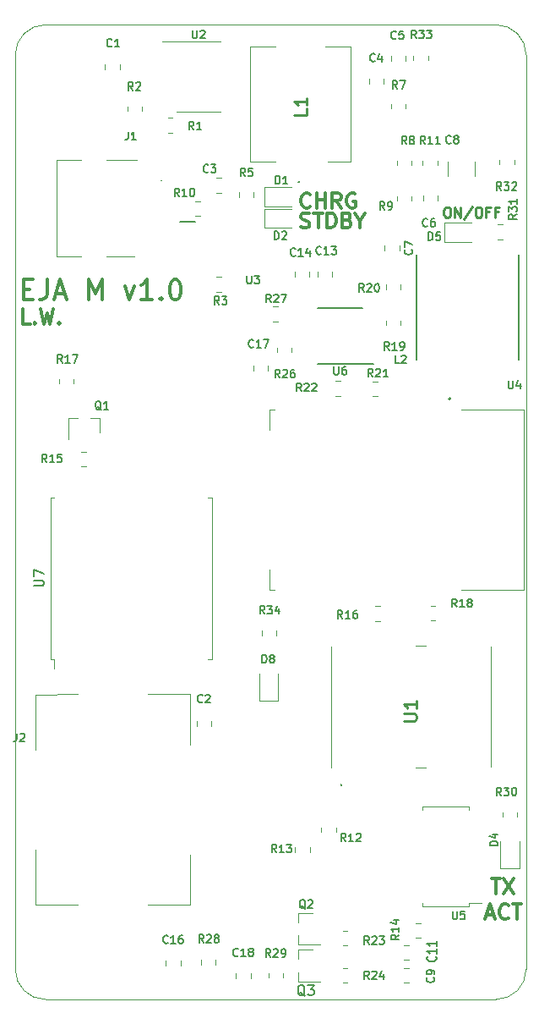
<source format=gbr>
%TF.GenerationSoftware,KiCad,Pcbnew,(5.1.10)-1*%
%TF.CreationDate,2021-09-02T16:56:43-04:00*%
%TF.ProjectId,buoy-c,62756f79-2d63-42e6-9b69-6361645f7063,1.0*%
%TF.SameCoordinates,Original*%
%TF.FileFunction,Legend,Top*%
%TF.FilePolarity,Positive*%
%FSLAX46Y46*%
G04 Gerber Fmt 4.6, Leading zero omitted, Abs format (unit mm)*
G04 Created by KiCad (PCBNEW (5.1.10)-1) date 2021-09-02 16:56:43*
%MOMM*%
%LPD*%
G01*
G04 APERTURE LIST*
%ADD10C,0.300000*%
%ADD11C,0.250000*%
%ADD12C,0.375000*%
%TA.AperFunction,Profile*%
%ADD13C,0.050000*%
%TD*%
%ADD14C,0.120000*%
%ADD15C,0.100000*%
%ADD16C,0.200000*%
%ADD17C,0.150000*%
%ADD18C,0.254000*%
G04 APERTURE END LIST*
D10*
X148305662Y-185431771D02*
X149162805Y-185431771D01*
X148734234Y-186931771D02*
X148734234Y-185431771D01*
X149519948Y-185431771D02*
X150519948Y-186931771D01*
X150519948Y-185431771D02*
X149519948Y-186931771D01*
X147769948Y-189053200D02*
X148484234Y-189053200D01*
X147627091Y-189481771D02*
X148127091Y-187981771D01*
X148627091Y-189481771D01*
X149984234Y-189338914D02*
X149912805Y-189410342D01*
X149698520Y-189481771D01*
X149555662Y-189481771D01*
X149341377Y-189410342D01*
X149198520Y-189267485D01*
X149127091Y-189124628D01*
X149055662Y-188838914D01*
X149055662Y-188624628D01*
X149127091Y-188338914D01*
X149198520Y-188196057D01*
X149341377Y-188053200D01*
X149555662Y-187981771D01*
X149698520Y-187981771D01*
X149912805Y-188053200D01*
X149984234Y-188124628D01*
X150412805Y-187981771D02*
X151269948Y-187981771D01*
X150841377Y-189481771D02*
X150841377Y-187981771D01*
D11*
X143742090Y-118248180D02*
X143932566Y-118248180D01*
X144027804Y-118295800D01*
X144123042Y-118391038D01*
X144170661Y-118581514D01*
X144170661Y-118914847D01*
X144123042Y-119105323D01*
X144027804Y-119200561D01*
X143932566Y-119248180D01*
X143742090Y-119248180D01*
X143646852Y-119200561D01*
X143551614Y-119105323D01*
X143503995Y-118914847D01*
X143503995Y-118581514D01*
X143551614Y-118391038D01*
X143646852Y-118295800D01*
X143742090Y-118248180D01*
X144599233Y-119248180D02*
X144599233Y-118248180D01*
X145170661Y-119248180D01*
X145170661Y-118248180D01*
X146361138Y-118200561D02*
X145503995Y-119486276D01*
X146884947Y-118248180D02*
X147075423Y-118248180D01*
X147170661Y-118295800D01*
X147265900Y-118391038D01*
X147313519Y-118581514D01*
X147313519Y-118914847D01*
X147265900Y-119105323D01*
X147170661Y-119200561D01*
X147075423Y-119248180D01*
X146884947Y-119248180D01*
X146789709Y-119200561D01*
X146694471Y-119105323D01*
X146646852Y-118914847D01*
X146646852Y-118581514D01*
X146694471Y-118391038D01*
X146789709Y-118295800D01*
X146884947Y-118248180D01*
X148075423Y-118724371D02*
X147742090Y-118724371D01*
X147742090Y-119248180D02*
X147742090Y-118248180D01*
X148218280Y-118248180D01*
X148932566Y-118724371D02*
X148599233Y-118724371D01*
X148599233Y-119248180D02*
X148599233Y-118248180D01*
X149075423Y-118248180D01*
D10*
X130118871Y-118183434D02*
X130047442Y-118254862D01*
X129833157Y-118326291D01*
X129690300Y-118326291D01*
X129476014Y-118254862D01*
X129333157Y-118112005D01*
X129261728Y-117969148D01*
X129190300Y-117683434D01*
X129190300Y-117469148D01*
X129261728Y-117183434D01*
X129333157Y-117040577D01*
X129476014Y-116897720D01*
X129690300Y-116826291D01*
X129833157Y-116826291D01*
X130047442Y-116897720D01*
X130118871Y-116969148D01*
X130761728Y-118326291D02*
X130761728Y-116826291D01*
X130761728Y-117540577D02*
X131618871Y-117540577D01*
X131618871Y-118326291D02*
X131618871Y-116826291D01*
X133190300Y-118326291D02*
X132690300Y-117612005D01*
X132333157Y-118326291D02*
X132333157Y-116826291D01*
X132904585Y-116826291D01*
X133047442Y-116897720D01*
X133118871Y-116969148D01*
X133190300Y-117112005D01*
X133190300Y-117326291D01*
X133118871Y-117469148D01*
X133047442Y-117540577D01*
X132904585Y-117612005D01*
X132333157Y-117612005D01*
X134618871Y-116897720D02*
X134476014Y-116826291D01*
X134261728Y-116826291D01*
X134047442Y-116897720D01*
X133904585Y-117040577D01*
X133833157Y-117183434D01*
X133761728Y-117469148D01*
X133761728Y-117683434D01*
X133833157Y-117969148D01*
X133904585Y-118112005D01*
X134047442Y-118254862D01*
X134261728Y-118326291D01*
X134404585Y-118326291D01*
X134618871Y-118254862D01*
X134690300Y-118183434D01*
X134690300Y-117683434D01*
X134404585Y-117683434D01*
X129183522Y-120246222D02*
X129397808Y-120317651D01*
X129754951Y-120317651D01*
X129897808Y-120246222D01*
X129969237Y-120174794D01*
X130040665Y-120031937D01*
X130040665Y-119889080D01*
X129969237Y-119746222D01*
X129897808Y-119674794D01*
X129754951Y-119603365D01*
X129469237Y-119531937D01*
X129326380Y-119460508D01*
X129254951Y-119389080D01*
X129183522Y-119246222D01*
X129183522Y-119103365D01*
X129254951Y-118960508D01*
X129326380Y-118889080D01*
X129469237Y-118817651D01*
X129826380Y-118817651D01*
X130040665Y-118889080D01*
X130469237Y-118817651D02*
X131326380Y-118817651D01*
X130897808Y-120317651D02*
X130897808Y-118817651D01*
X131826380Y-120317651D02*
X131826380Y-118817651D01*
X132183522Y-118817651D01*
X132397808Y-118889080D01*
X132540665Y-119031937D01*
X132612094Y-119174794D01*
X132683522Y-119460508D01*
X132683522Y-119674794D01*
X132612094Y-119960508D01*
X132540665Y-120103365D01*
X132397808Y-120246222D01*
X132183522Y-120317651D01*
X131826380Y-120317651D01*
X133826380Y-119531937D02*
X134040665Y-119603365D01*
X134112094Y-119674794D01*
X134183522Y-119817651D01*
X134183522Y-120031937D01*
X134112094Y-120174794D01*
X134040665Y-120246222D01*
X133897808Y-120317651D01*
X133326380Y-120317651D01*
X133326380Y-118817651D01*
X133826380Y-118817651D01*
X133969237Y-118889080D01*
X134040665Y-118960508D01*
X134112094Y-119103365D01*
X134112094Y-119246222D01*
X134040665Y-119389080D01*
X133969237Y-119460508D01*
X133826380Y-119531937D01*
X133326380Y-119531937D01*
X135112094Y-119603365D02*
X135112094Y-120317651D01*
X134612094Y-118817651D02*
X135112094Y-119603365D01*
X135612094Y-118817651D01*
X102027017Y-129944251D02*
X101312731Y-129944251D01*
X101312731Y-128444251D01*
X102527017Y-129801394D02*
X102598445Y-129872822D01*
X102527017Y-129944251D01*
X102455588Y-129872822D01*
X102527017Y-129801394D01*
X102527017Y-129944251D01*
X103098445Y-128444251D02*
X103455588Y-129944251D01*
X103741302Y-128872822D01*
X104027017Y-129944251D01*
X104384160Y-128444251D01*
X104955588Y-129801394D02*
X105027017Y-129872822D01*
X104955588Y-129944251D01*
X104884160Y-129872822D01*
X104955588Y-129801394D01*
X104955588Y-129944251D01*
D12*
X101347617Y-126450742D02*
X102014283Y-126450742D01*
X102299998Y-127498361D02*
X101347617Y-127498361D01*
X101347617Y-125498361D01*
X102299998Y-125498361D01*
X103728569Y-125498361D02*
X103728569Y-126926933D01*
X103633331Y-127212647D01*
X103442855Y-127403123D01*
X103157140Y-127498361D01*
X102966664Y-127498361D01*
X104585712Y-126926933D02*
X105538093Y-126926933D01*
X104395236Y-127498361D02*
X105061902Y-125498361D01*
X105728569Y-127498361D01*
X107919045Y-127498361D02*
X107919045Y-125498361D01*
X108585712Y-126926933D01*
X109252379Y-125498361D01*
X109252379Y-127498361D01*
X111538093Y-126165028D02*
X112014283Y-127498361D01*
X112490474Y-126165028D01*
X114299998Y-127498361D02*
X113157140Y-127498361D01*
X113728569Y-127498361D02*
X113728569Y-125498361D01*
X113538093Y-125784076D01*
X113347617Y-125974552D01*
X113157140Y-126069790D01*
X115157140Y-127307885D02*
X115252379Y-127403123D01*
X115157140Y-127498361D01*
X115061902Y-127403123D01*
X115157140Y-127307885D01*
X115157140Y-127498361D01*
X116490474Y-125498361D02*
X116680950Y-125498361D01*
X116871426Y-125593600D01*
X116966664Y-125688838D01*
X117061902Y-125879314D01*
X117157140Y-126260266D01*
X117157140Y-126736457D01*
X117061902Y-127117409D01*
X116966664Y-127307885D01*
X116871426Y-127403123D01*
X116680950Y-127498361D01*
X116490474Y-127498361D01*
X116299998Y-127403123D01*
X116204760Y-127307885D01*
X116109521Y-127117409D01*
X116014283Y-126736457D01*
X116014283Y-126260266D01*
X116109521Y-125879314D01*
X116204760Y-125688838D01*
X116299998Y-125593600D01*
X116490474Y-125498361D01*
D13*
X151750000Y-194500000D02*
G75*
G02*
X148750000Y-197500000I-3000000J0D01*
G01*
X148750000Y-100000000D02*
G75*
G02*
X151750000Y-103000000I0J-3000000D01*
G01*
X103550000Y-197500000D02*
G75*
G02*
X100550000Y-194500000I0J3000000D01*
G01*
X100550000Y-103000000D02*
G75*
G02*
X103550000Y-100000000I3000000J0D01*
G01*
X103550000Y-197500000D02*
X148750000Y-197500000D01*
X103550000Y-100000000D02*
X148750000Y-100000000D01*
X151750000Y-103000000D02*
X151750000Y-194500000D01*
X100550000Y-103000000D02*
X100550000Y-194500000D01*
D14*
%TO.C,C14*%
X128568780Y-124699128D02*
X128568780Y-125221632D01*
X130038780Y-124699128D02*
X130038780Y-125221632D01*
D15*
%TO.C,J2*%
X102572360Y-172492660D02*
X102572360Y-166987660D01*
X102572360Y-166987660D02*
X106822360Y-166942660D01*
X113822360Y-166942660D02*
X118072360Y-166942660D01*
X118072360Y-166942660D02*
X118072360Y-171992660D01*
X102572360Y-182492660D02*
X102572360Y-188042660D01*
X102572360Y-188042660D02*
X106822360Y-188042660D01*
X113822360Y-188042660D02*
X118072360Y-188042660D01*
X118072360Y-188042660D02*
X118072360Y-182992660D01*
D14*
%TO.C,R33*%
X141910740Y-103566964D02*
X141910740Y-103112836D01*
X140440740Y-103566964D02*
X140440740Y-103112836D01*
%TO.C,R32*%
X149071660Y-113488736D02*
X149071660Y-113942864D01*
X150541660Y-113488736D02*
X150541660Y-113942864D01*
%TO.C,R34*%
X125275120Y-160622956D02*
X125275120Y-161077084D01*
X126745120Y-160622956D02*
X126745120Y-161077084D01*
%TO.C,D8*%
X126908440Y-167597800D02*
X126908440Y-164912800D01*
X124988440Y-167597800D02*
X126908440Y-167597800D01*
X124988440Y-164912800D02*
X124988440Y-167597800D01*
D16*
%TO.C,U1*%
X133185140Y-176014040D02*
X133185140Y-176014040D01*
X133185140Y-176114040D02*
X133185140Y-176114040D01*
X133185140Y-176014040D02*
X133185140Y-176014040D01*
D15*
X132185140Y-162214040D02*
X132185140Y-162214040D01*
X132185140Y-174314040D02*
X132185140Y-162214040D01*
X132185140Y-174314040D02*
X132185140Y-174314040D01*
X132185140Y-162214040D02*
X132185140Y-174314040D01*
X140685140Y-162114040D02*
X141685140Y-162114040D01*
X140685140Y-162114040D02*
X140685140Y-162114040D01*
X141685140Y-162114040D02*
X140685140Y-162114040D01*
X141685140Y-162114040D02*
X141685140Y-162114040D01*
X140685140Y-174314040D02*
X141685140Y-174314040D01*
X140685140Y-174314040D02*
X140685140Y-174314040D01*
X141685140Y-174314040D02*
X140685140Y-174314040D01*
X141685140Y-174314040D02*
X141685140Y-174314040D01*
X148185140Y-162214040D02*
X148185140Y-162214040D01*
X148185140Y-174214040D02*
X148185140Y-162214040D01*
X148185140Y-174214040D02*
X148185140Y-174214040D01*
X148185140Y-162214040D02*
X148185140Y-174214040D01*
D16*
X133185140Y-176114040D02*
G75*
G02*
X133185140Y-176014040I0J50000D01*
G01*
X133185140Y-176014040D02*
G75*
G02*
X133185140Y-176114040I0J-50000D01*
G01*
X133185140Y-176114040D02*
G75*
G02*
X133185140Y-176014040I0J50000D01*
G01*
%TO.C,L1*%
X128913280Y-115719520D02*
X128913280Y-115719520D01*
X129013280Y-115719520D02*
X129013280Y-115719520D01*
X128913280Y-115719520D02*
X128913280Y-115719520D01*
D15*
X131863280Y-113669520D02*
X134113280Y-113669520D01*
X131863280Y-113669520D02*
X131863280Y-113669520D01*
X134113280Y-113669520D02*
X131863280Y-113669520D01*
X134113280Y-113669520D02*
X134113280Y-113669520D01*
X134113280Y-102169520D02*
X134113280Y-102169520D01*
X134113280Y-113669520D02*
X134113280Y-102169520D01*
X134113280Y-113669520D02*
X134113280Y-113669520D01*
X134113280Y-102169520D02*
X134113280Y-113669520D01*
X134113280Y-102169520D02*
X131613280Y-102169520D01*
X134113280Y-102169520D02*
X134113280Y-102169520D01*
X131613280Y-102169520D02*
X134113280Y-102169520D01*
X131613280Y-102169520D02*
X131613280Y-102169520D01*
X126613280Y-102169520D02*
X124113280Y-102169520D01*
X126613280Y-102169520D02*
X126613280Y-102169520D01*
X124113280Y-102169520D02*
X126613280Y-102169520D01*
X124113280Y-102169520D02*
X124113280Y-102169520D01*
X124113280Y-113669520D02*
X124113280Y-113669520D01*
X124113280Y-102169520D02*
X124113280Y-113669520D01*
X124113280Y-102169520D02*
X124113280Y-102169520D01*
X124113280Y-113669520D02*
X124113280Y-102169520D01*
X124113280Y-113669520D02*
X126613280Y-113669520D01*
X124113280Y-113669520D02*
X124113280Y-113669520D01*
X126613280Y-113669520D02*
X124113280Y-113669520D01*
X126613280Y-113669520D02*
X126613280Y-113669520D01*
D16*
X129013280Y-115719520D02*
G75*
G02*
X128913280Y-115719520I-50000J0D01*
G01*
X128913280Y-115719520D02*
G75*
G02*
X129013280Y-115719520I50000J0D01*
G01*
X129013280Y-115719520D02*
G75*
G02*
X128913280Y-115719520I-50000J0D01*
G01*
%TO.C,L2*%
X140797600Y-123032700D02*
X140797600Y-133532700D01*
X150997600Y-133532700D02*
X150997600Y-123032700D01*
D15*
%TO.C,J1*%
X115214020Y-115570820D02*
X115214020Y-115570820D01*
X115114020Y-115570820D02*
X115114020Y-115570820D01*
X112464020Y-123145820D02*
X109714020Y-123145820D01*
X112714020Y-113495820D02*
X109714020Y-113495820D01*
X104714020Y-123145820D02*
X107114020Y-123145820D01*
X104714020Y-113495820D02*
X104714020Y-123145820D01*
X107114020Y-113495820D02*
X104714020Y-113495820D01*
X115214020Y-115570820D02*
G75*
G02*
X115114020Y-115570820I-50000J0D01*
G01*
X115114020Y-115570820D02*
G75*
G02*
X115214020Y-115570820I50000J0D01*
G01*
D16*
%TO.C,U4*%
X143981600Y-137430300D02*
X143981600Y-137430300D01*
X144181600Y-137430300D02*
X144181600Y-137430300D01*
D15*
X151531600Y-156530300D02*
X145281600Y-156530300D01*
X151531600Y-138530300D02*
X151531600Y-156530300D01*
X145281600Y-138530300D02*
X151531600Y-138530300D01*
X126031600Y-156530300D02*
X126531600Y-156530300D01*
X126031600Y-154530300D02*
X126031600Y-156530300D01*
X126031600Y-138530300D02*
X126031600Y-140530300D01*
X126531600Y-138530300D02*
X126031600Y-138530300D01*
D16*
X143981600Y-137430300D02*
G75*
G03*
X144181600Y-137430300I100000J0D01*
G01*
X144181600Y-137430300D02*
G75*
G03*
X143981600Y-137430300I-100000J0D01*
G01*
D14*
%TO.C,C1*%
X109551800Y-103924468D02*
X109551800Y-104446972D01*
X111021800Y-103924468D02*
X111021800Y-104446972D01*
%TO.C,C2*%
X118754220Y-169629188D02*
X118754220Y-170151692D01*
X120224220Y-169629188D02*
X120224220Y-170151692D01*
%TO.C,C3*%
X121177952Y-115322680D02*
X120655448Y-115322680D01*
X121177952Y-116792680D02*
X120655448Y-116792680D01*
%TO.C,C4*%
X136000820Y-105359568D02*
X136000820Y-105882072D01*
X137470820Y-105359568D02*
X137470820Y-105882072D01*
%TO.C,C5*%
X139665380Y-103091348D02*
X139665380Y-103613852D01*
X138195380Y-103091348D02*
X138195380Y-103613852D01*
%TO.C,C6*%
X142865780Y-117079128D02*
X142865780Y-117601632D01*
X141395780Y-117079128D02*
X141395780Y-117601632D01*
%TO.C,C7*%
X137557840Y-122082928D02*
X137557840Y-122605432D01*
X139027840Y-122082928D02*
X139027840Y-122605432D01*
%TO.C,C8*%
X143872120Y-113680188D02*
X143872120Y-115102692D01*
X146592120Y-113680188D02*
X146592120Y-115102692D01*
%TO.C,C9*%
X139999352Y-195852720D02*
X139476848Y-195852720D01*
X139999352Y-194382720D02*
X139476848Y-194382720D01*
%TO.C,C11*%
X140032372Y-192101800D02*
X139509868Y-192101800D01*
X140032372Y-193571800D02*
X139509868Y-193571800D01*
%TO.C,C13*%
X132324780Y-124681348D02*
X132324780Y-125203852D01*
X130854780Y-124681348D02*
X130854780Y-125203852D01*
%TO.C,C16*%
X115630020Y-193604248D02*
X115630020Y-194126752D01*
X117100020Y-193604248D02*
X117100020Y-194126752D01*
%TO.C,C17*%
X125850320Y-134117448D02*
X125850320Y-134639952D01*
X124380320Y-134117448D02*
X124380320Y-134639952D01*
%TO.C,C18*%
X124123120Y-194876788D02*
X124123120Y-195399292D01*
X122653120Y-194876788D02*
X122653120Y-195399292D01*
%TO.C,D1*%
X125528360Y-118175920D02*
X128213360Y-118175920D01*
X125528360Y-116255920D02*
X125528360Y-118175920D01*
X128213360Y-116255920D02*
X125528360Y-116255920D01*
%TO.C,D2*%
X128215900Y-118407300D02*
X125530900Y-118407300D01*
X125530900Y-118407300D02*
X125530900Y-120327300D01*
X125530900Y-120327300D02*
X128215900Y-120327300D01*
%TO.C,D4*%
X151079080Y-184399900D02*
X151079080Y-181714900D01*
X149159080Y-184399900D02*
X151079080Y-184399900D01*
X149159080Y-181714900D02*
X149159080Y-184399900D01*
%TO.C,D5*%
X143587760Y-121721760D02*
X146272760Y-121721760D01*
X143587760Y-119801760D02*
X143587760Y-121721760D01*
X146272760Y-119801760D02*
X143587760Y-119801760D01*
%TO.C,Q1*%
X109039780Y-139303220D02*
X109039780Y-140763220D01*
X105879780Y-139303220D02*
X105879780Y-141463220D01*
X105879780Y-139303220D02*
X106809780Y-139303220D01*
X109039780Y-139303220D02*
X108109780Y-139303220D01*
%TO.C,Q2*%
X128917160Y-188853960D02*
X130377160Y-188853960D01*
X128917160Y-192013960D02*
X131077160Y-192013960D01*
X128917160Y-192013960D02*
X128917160Y-191083960D01*
X128917160Y-188853960D02*
X128917160Y-189783960D01*
%TO.C,Q3*%
X128914620Y-192544580D02*
X128914620Y-193474580D01*
X128914620Y-195704580D02*
X128914620Y-194774580D01*
X128914620Y-195704580D02*
X131074620Y-195704580D01*
X128914620Y-192544580D02*
X130374620Y-192544580D01*
%TO.C,R1*%
X115825536Y-109313040D02*
X116279664Y-109313040D01*
X115825536Y-110783040D02*
X116279664Y-110783040D01*
%TO.C,R2*%
X113269700Y-108147116D02*
X113269700Y-108601244D01*
X111799700Y-108147116D02*
X111799700Y-108601244D01*
%TO.C,R3*%
X120707416Y-126703760D02*
X121161544Y-126703760D01*
X120707416Y-125233760D02*
X121161544Y-125233760D01*
%TO.C,R5*%
X124433000Y-116760256D02*
X124433000Y-117214384D01*
X122963000Y-116760256D02*
X122963000Y-117214384D01*
%TO.C,R7*%
X138223320Y-107926136D02*
X138223320Y-108380264D01*
X139693320Y-107926136D02*
X139693320Y-108380264D01*
%TO.C,R8*%
X140257200Y-113567476D02*
X140257200Y-114021604D01*
X138787200Y-113567476D02*
X138787200Y-114021604D01*
%TO.C,R9*%
X138792280Y-117138716D02*
X138792280Y-117592844D01*
X140262280Y-117138716D02*
X140262280Y-117592844D01*
%TO.C,R10*%
X118596676Y-119099000D02*
X119050804Y-119099000D01*
X118596676Y-117629000D02*
X119050804Y-117629000D01*
%TO.C,R11*%
X141367840Y-113603036D02*
X141367840Y-114057164D01*
X142837840Y-113603036D02*
X142837840Y-114057164D01*
%TO.C,R12*%
X131233240Y-180755024D02*
X131233240Y-180300896D01*
X132703240Y-180755024D02*
X132703240Y-180300896D01*
%TO.C,R13*%
X130079420Y-182757184D02*
X130079420Y-182303056D01*
X128609420Y-182757184D02*
X128609420Y-182303056D01*
%TO.C,R14*%
X140713096Y-189874220D02*
X141167224Y-189874220D01*
X140713096Y-191344220D02*
X141167224Y-191344220D01*
%TO.C,R15*%
X107184456Y-144176420D02*
X107638584Y-144176420D01*
X107184456Y-142706420D02*
X107638584Y-142706420D01*
%TO.C,R16*%
X136625596Y-158157240D02*
X137079724Y-158157240D01*
X136625596Y-159627240D02*
X137079724Y-159627240D01*
%TO.C,R17*%
X104941700Y-135424176D02*
X104941700Y-135878304D01*
X106411700Y-135424176D02*
X106411700Y-135878304D01*
%TO.C,R18*%
X142623904Y-158149620D02*
X142169776Y-158149620D01*
X142623904Y-159619620D02*
X142169776Y-159619620D01*
%TO.C,R19*%
X137682300Y-130066784D02*
X137682300Y-129612656D01*
X139152300Y-130066784D02*
X139152300Y-129612656D01*
%TO.C,R20*%
X137710240Y-126457444D02*
X137710240Y-126003316D01*
X139180240Y-126457444D02*
X139180240Y-126003316D01*
%TO.C,R21*%
X136859952Y-135688400D02*
X136337448Y-135688400D01*
X136859952Y-137158400D02*
X136337448Y-137158400D01*
%TO.C,R22*%
X133118492Y-137125380D02*
X132595988Y-137125380D01*
X133118492Y-135655380D02*
X132595988Y-135655380D01*
%TO.C,R23*%
X133361696Y-190648920D02*
X133815824Y-190648920D01*
X133361696Y-192118920D02*
X133815824Y-192118920D01*
%TO.C,R24*%
X133350896Y-194377640D02*
X133805024Y-194377640D01*
X133350896Y-195847640D02*
X133805024Y-195847640D01*
%TO.C,R26*%
X126788240Y-132733784D02*
X126788240Y-132279656D01*
X128258240Y-132733784D02*
X128258240Y-132279656D01*
%TO.C,R27*%
X126835264Y-128190320D02*
X126381136Y-128190320D01*
X126835264Y-129660320D02*
X126381136Y-129660320D01*
%TO.C,R28*%
X120605220Y-193995404D02*
X120605220Y-193541276D01*
X119135220Y-193995404D02*
X119135220Y-193541276D01*
%TO.C,R29*%
X125924640Y-195349864D02*
X125924640Y-194895736D01*
X127394640Y-195349864D02*
X127394640Y-194895736D01*
%TO.C,R30*%
X149373920Y-178774356D02*
X149373920Y-179228484D01*
X150843920Y-178774356D02*
X150843920Y-179228484D01*
%TO.C,R31*%
X149380944Y-119991200D02*
X148926816Y-119991200D01*
X149380944Y-121461200D02*
X148926816Y-121461200D01*
%TO.C,U2*%
X118915180Y-101668860D02*
X115265180Y-101668860D01*
X118915180Y-101668860D02*
X121115180Y-101668860D01*
X118915180Y-108688860D02*
X116715180Y-108688860D01*
X118915180Y-108688860D02*
X121115180Y-108688860D01*
D16*
%TO.C,U3*%
X117086100Y-119739180D02*
X118611100Y-119739180D01*
D14*
%TO.C,U5*%
X145974940Y-187882500D02*
X147264940Y-187882500D01*
X145974940Y-188157500D02*
X145974940Y-187882500D01*
X143664940Y-188157500D02*
X145974940Y-188157500D01*
X141354940Y-188157500D02*
X141354940Y-187882500D01*
X143664940Y-188157500D02*
X141354940Y-188157500D01*
X145974940Y-178237500D02*
X145974940Y-178512500D01*
X143664940Y-178237500D02*
X145974940Y-178237500D01*
X141354940Y-178237500D02*
X141354940Y-178512500D01*
X143664940Y-178237500D02*
X141354940Y-178237500D01*
D17*
%TO.C,U6*%
X136471000Y-133909320D02*
X130846000Y-133909320D01*
X135346000Y-128359320D02*
X130846000Y-128359320D01*
D14*
%TO.C,U7*%
X104406240Y-163479420D02*
X104406240Y-164379420D01*
X104056240Y-163479420D02*
X104406240Y-163479420D01*
X120256240Y-147279420D02*
X119856240Y-147279420D01*
X120256240Y-163479420D02*
X120256240Y-147279420D01*
X119856240Y-163479420D02*
X120256240Y-163479420D01*
X104056240Y-147279420D02*
X104456240Y-147279420D01*
X104056240Y-163479420D02*
X104056240Y-147279420D01*
%TD*%
%TO.C,C14*%
D17*
X128611694Y-123056614D02*
X128573599Y-123094709D01*
X128459313Y-123132804D01*
X128383122Y-123132804D01*
X128268837Y-123094709D01*
X128192646Y-123018519D01*
X128154551Y-122942328D01*
X128116456Y-122789947D01*
X128116456Y-122675661D01*
X128154551Y-122523280D01*
X128192646Y-122447090D01*
X128268837Y-122370900D01*
X128383122Y-122332804D01*
X128459313Y-122332804D01*
X128573599Y-122370900D01*
X128611694Y-122408995D01*
X129373599Y-123132804D02*
X128916456Y-123132804D01*
X129145027Y-123132804D02*
X129145027Y-122332804D01*
X129068837Y-122447090D01*
X128992646Y-122523280D01*
X128916456Y-122561376D01*
X130059313Y-122599471D02*
X130059313Y-123132804D01*
X129868837Y-122294709D02*
X129678360Y-122866138D01*
X130173599Y-122866138D01*
%TO.C,J2*%
X100685633Y-170884904D02*
X100685633Y-171456333D01*
X100647538Y-171570619D01*
X100571347Y-171646809D01*
X100457061Y-171684904D01*
X100380871Y-171684904D01*
X101028490Y-170961095D02*
X101066585Y-170923000D01*
X101142776Y-170884904D01*
X101333252Y-170884904D01*
X101409442Y-170923000D01*
X101447538Y-170961095D01*
X101485633Y-171037285D01*
X101485633Y-171113476D01*
X101447538Y-171227761D01*
X100990395Y-171684904D01*
X101485633Y-171684904D01*
%TO.C,R33*%
X140735114Y-101345244D02*
X140468447Y-100964292D01*
X140277971Y-101345244D02*
X140277971Y-100545244D01*
X140582733Y-100545244D01*
X140658923Y-100583340D01*
X140697019Y-100621435D01*
X140735114Y-100697625D01*
X140735114Y-100811911D01*
X140697019Y-100888101D01*
X140658923Y-100926197D01*
X140582733Y-100964292D01*
X140277971Y-100964292D01*
X141001780Y-100545244D02*
X141497019Y-100545244D01*
X141230352Y-100850006D01*
X141344638Y-100850006D01*
X141420828Y-100888101D01*
X141458923Y-100926197D01*
X141497019Y-101002387D01*
X141497019Y-101192863D01*
X141458923Y-101269054D01*
X141420828Y-101307149D01*
X141344638Y-101345244D01*
X141116066Y-101345244D01*
X141039876Y-101307149D01*
X141001780Y-101269054D01*
X141763685Y-100545244D02*
X142258923Y-100545244D01*
X141992257Y-100850006D01*
X142106542Y-100850006D01*
X142182733Y-100888101D01*
X142220828Y-100926197D01*
X142258923Y-101002387D01*
X142258923Y-101192863D01*
X142220828Y-101269054D01*
X142182733Y-101307149D01*
X142106542Y-101345244D01*
X141877971Y-101345244D01*
X141801780Y-101307149D01*
X141763685Y-101269054D01*
%TO.C,R32*%
X149266974Y-116528804D02*
X149000307Y-116147852D01*
X148809831Y-116528804D02*
X148809831Y-115728804D01*
X149114593Y-115728804D01*
X149190783Y-115766900D01*
X149228879Y-115804995D01*
X149266974Y-115881185D01*
X149266974Y-115995471D01*
X149228879Y-116071661D01*
X149190783Y-116109757D01*
X149114593Y-116147852D01*
X148809831Y-116147852D01*
X149533640Y-115728804D02*
X150028879Y-115728804D01*
X149762212Y-116033566D01*
X149876498Y-116033566D01*
X149952688Y-116071661D01*
X149990783Y-116109757D01*
X150028879Y-116185947D01*
X150028879Y-116376423D01*
X149990783Y-116452614D01*
X149952688Y-116490709D01*
X149876498Y-116528804D01*
X149647926Y-116528804D01*
X149571736Y-116490709D01*
X149533640Y-116452614D01*
X150333640Y-115804995D02*
X150371736Y-115766900D01*
X150447926Y-115728804D01*
X150638402Y-115728804D01*
X150714593Y-115766900D01*
X150752688Y-115804995D01*
X150790783Y-115881185D01*
X150790783Y-115957376D01*
X150752688Y-116071661D01*
X150295545Y-116528804D01*
X150790783Y-116528804D01*
%TO.C,R34*%
X125520514Y-158936644D02*
X125253847Y-158555692D01*
X125063371Y-158936644D02*
X125063371Y-158136644D01*
X125368133Y-158136644D01*
X125444323Y-158174740D01*
X125482419Y-158212835D01*
X125520514Y-158289025D01*
X125520514Y-158403311D01*
X125482419Y-158479501D01*
X125444323Y-158517597D01*
X125368133Y-158555692D01*
X125063371Y-158555692D01*
X125787180Y-158136644D02*
X126282419Y-158136644D01*
X126015752Y-158441406D01*
X126130038Y-158441406D01*
X126206228Y-158479501D01*
X126244323Y-158517597D01*
X126282419Y-158593787D01*
X126282419Y-158784263D01*
X126244323Y-158860454D01*
X126206228Y-158898549D01*
X126130038Y-158936644D01*
X125901466Y-158936644D01*
X125825276Y-158898549D01*
X125787180Y-158860454D01*
X126968133Y-158403311D02*
X126968133Y-158936644D01*
X126777657Y-158098549D02*
X126587180Y-158669978D01*
X127082419Y-158669978D01*
%TO.C,D8*%
X125289383Y-163823604D02*
X125289383Y-163023604D01*
X125479860Y-163023604D01*
X125594145Y-163061700D01*
X125670336Y-163137890D01*
X125708431Y-163214080D01*
X125746526Y-163366461D01*
X125746526Y-163480747D01*
X125708431Y-163633128D01*
X125670336Y-163709319D01*
X125594145Y-163785509D01*
X125479860Y-163823604D01*
X125289383Y-163823604D01*
X126203669Y-163366461D02*
X126127479Y-163328366D01*
X126089383Y-163290271D01*
X126051288Y-163214080D01*
X126051288Y-163175985D01*
X126089383Y-163099795D01*
X126127479Y-163061700D01*
X126203669Y-163023604D01*
X126356050Y-163023604D01*
X126432240Y-163061700D01*
X126470336Y-163099795D01*
X126508431Y-163175985D01*
X126508431Y-163214080D01*
X126470336Y-163290271D01*
X126432240Y-163328366D01*
X126356050Y-163366461D01*
X126203669Y-163366461D01*
X126127479Y-163404557D01*
X126089383Y-163442652D01*
X126051288Y-163518842D01*
X126051288Y-163671223D01*
X126089383Y-163747414D01*
X126127479Y-163785509D01*
X126203669Y-163823604D01*
X126356050Y-163823604D01*
X126432240Y-163785509D01*
X126470336Y-163747414D01*
X126508431Y-163671223D01*
X126508431Y-163518842D01*
X126470336Y-163442652D01*
X126432240Y-163404557D01*
X126356050Y-163366461D01*
%TO.C,U1*%
D18*
X139489663Y-169631659D02*
X140517759Y-169631659D01*
X140638711Y-169571182D01*
X140699187Y-169510706D01*
X140759663Y-169389754D01*
X140759663Y-169147849D01*
X140699187Y-169026897D01*
X140638711Y-168966420D01*
X140517759Y-168905944D01*
X139489663Y-168905944D01*
X140759663Y-167635944D02*
X140759663Y-168361659D01*
X140759663Y-167998801D02*
X139489663Y-167998801D01*
X139671092Y-168119754D01*
X139792044Y-168240706D01*
X139852520Y-168361659D01*
%TO.C,L1*%
X129776703Y-108390266D02*
X129776703Y-108995028D01*
X128506703Y-108995028D01*
X129776703Y-107301695D02*
X129776703Y-108027409D01*
X129776703Y-107664552D02*
X128506703Y-107664552D01*
X128688132Y-107785504D01*
X128809084Y-107906457D01*
X128869560Y-108027409D01*
%TO.C,L2*%
D17*
X139038346Y-133859224D02*
X138657394Y-133859224D01*
X138657394Y-133059224D01*
X139266918Y-133135415D02*
X139305013Y-133097320D01*
X139381203Y-133059224D01*
X139571680Y-133059224D01*
X139647870Y-133097320D01*
X139685965Y-133135415D01*
X139724060Y-133211605D01*
X139724060Y-133287796D01*
X139685965Y-133402081D01*
X139228822Y-133859224D01*
X139724060Y-133859224D01*
%TO.C,J1*%
D16*
X111846393Y-110722464D02*
X111846393Y-111293893D01*
X111808298Y-111408179D01*
X111732107Y-111484369D01*
X111617821Y-111522464D01*
X111541631Y-111522464D01*
X112646393Y-111522464D02*
X112189250Y-111522464D01*
X112417821Y-111522464D02*
X112417821Y-110722464D01*
X112341631Y-110836750D01*
X112265440Y-110912940D01*
X112189250Y-110951036D01*
%TO.C,U4*%
D17*
X149961676Y-135609384D02*
X149961676Y-136257003D01*
X149999771Y-136333194D01*
X150037866Y-136371289D01*
X150114057Y-136409384D01*
X150266438Y-136409384D01*
X150342628Y-136371289D01*
X150380723Y-136333194D01*
X150418819Y-136257003D01*
X150418819Y-135609384D01*
X151142628Y-135876051D02*
X151142628Y-136409384D01*
X150952152Y-135571289D02*
X150761676Y-136142718D01*
X151256914Y-136142718D01*
%TO.C,C1*%
X110224586Y-102124434D02*
X110186491Y-102162529D01*
X110072205Y-102200624D01*
X109996015Y-102200624D01*
X109881729Y-102162529D01*
X109805539Y-102086339D01*
X109767443Y-102010148D01*
X109729348Y-101857767D01*
X109729348Y-101743481D01*
X109767443Y-101591100D01*
X109805539Y-101514910D01*
X109881729Y-101438720D01*
X109996015Y-101400624D01*
X110072205Y-101400624D01*
X110186491Y-101438720D01*
X110224586Y-101476815D01*
X110986491Y-102200624D02*
X110529348Y-102200624D01*
X110757920Y-102200624D02*
X110757920Y-101400624D01*
X110681729Y-101514910D01*
X110605539Y-101591100D01*
X110529348Y-101629196D01*
%TO.C,C2*%
X119310166Y-167719974D02*
X119272071Y-167758069D01*
X119157785Y-167796164D01*
X119081595Y-167796164D01*
X118967309Y-167758069D01*
X118891119Y-167681879D01*
X118853023Y-167605688D01*
X118814928Y-167453307D01*
X118814928Y-167339021D01*
X118853023Y-167186640D01*
X118891119Y-167110450D01*
X118967309Y-167034260D01*
X119081595Y-166996164D01*
X119157785Y-166996164D01*
X119272071Y-167034260D01*
X119310166Y-167072355D01*
X119614928Y-167072355D02*
X119653023Y-167034260D01*
X119729214Y-166996164D01*
X119919690Y-166996164D01*
X119995880Y-167034260D01*
X120033976Y-167072355D01*
X120072071Y-167148545D01*
X120072071Y-167224736D01*
X120033976Y-167339021D01*
X119576833Y-167796164D01*
X120072071Y-167796164D01*
%TO.C,C3*%
X119886746Y-114705094D02*
X119848651Y-114743189D01*
X119734365Y-114781284D01*
X119658175Y-114781284D01*
X119543889Y-114743189D01*
X119467699Y-114666999D01*
X119429603Y-114590808D01*
X119391508Y-114438427D01*
X119391508Y-114324141D01*
X119429603Y-114171760D01*
X119467699Y-114095570D01*
X119543889Y-114019380D01*
X119658175Y-113981284D01*
X119734365Y-113981284D01*
X119848651Y-114019380D01*
X119886746Y-114057475D01*
X120153413Y-113981284D02*
X120648651Y-113981284D01*
X120381984Y-114286046D01*
X120496270Y-114286046D01*
X120572460Y-114324141D01*
X120610556Y-114362237D01*
X120648651Y-114438427D01*
X120648651Y-114628903D01*
X120610556Y-114705094D01*
X120572460Y-114743189D01*
X120496270Y-114781284D01*
X120267699Y-114781284D01*
X120191508Y-114743189D01*
X120153413Y-114705094D01*
%TO.C,C4*%
X136577086Y-103602754D02*
X136538991Y-103640849D01*
X136424705Y-103678944D01*
X136348515Y-103678944D01*
X136234229Y-103640849D01*
X136158039Y-103564659D01*
X136119943Y-103488468D01*
X136081848Y-103336087D01*
X136081848Y-103221801D01*
X136119943Y-103069420D01*
X136158039Y-102993230D01*
X136234229Y-102917040D01*
X136348515Y-102878944D01*
X136424705Y-102878944D01*
X136538991Y-102917040D01*
X136577086Y-102955135D01*
X137262800Y-103145611D02*
X137262800Y-103678944D01*
X137072324Y-102840849D02*
X136881848Y-103412278D01*
X137377086Y-103412278D01*
%TO.C,C5*%
X138697986Y-101359934D02*
X138659891Y-101398029D01*
X138545605Y-101436124D01*
X138469415Y-101436124D01*
X138355129Y-101398029D01*
X138278939Y-101321839D01*
X138240843Y-101245648D01*
X138202748Y-101093267D01*
X138202748Y-100978981D01*
X138240843Y-100826600D01*
X138278939Y-100750410D01*
X138355129Y-100674220D01*
X138469415Y-100636124D01*
X138545605Y-100636124D01*
X138659891Y-100674220D01*
X138697986Y-100712315D01*
X139421796Y-100636124D02*
X139040843Y-100636124D01*
X139002748Y-101017077D01*
X139040843Y-100978981D01*
X139117034Y-100940886D01*
X139307510Y-100940886D01*
X139383700Y-100978981D01*
X139421796Y-101017077D01*
X139459891Y-101093267D01*
X139459891Y-101283743D01*
X139421796Y-101359934D01*
X139383700Y-101398029D01*
X139307510Y-101436124D01*
X139117034Y-101436124D01*
X139040843Y-101398029D01*
X139002748Y-101359934D01*
%TO.C,C6*%
X141860286Y-120120374D02*
X141822191Y-120158469D01*
X141707905Y-120196564D01*
X141631715Y-120196564D01*
X141517429Y-120158469D01*
X141441239Y-120082279D01*
X141403143Y-120006088D01*
X141365048Y-119853707D01*
X141365048Y-119739421D01*
X141403143Y-119587040D01*
X141441239Y-119510850D01*
X141517429Y-119434660D01*
X141631715Y-119396564D01*
X141707905Y-119396564D01*
X141822191Y-119434660D01*
X141860286Y-119472755D01*
X142546000Y-119396564D02*
X142393620Y-119396564D01*
X142317429Y-119434660D01*
X142279334Y-119472755D01*
X142203143Y-119587040D01*
X142165048Y-119739421D01*
X142165048Y-120044183D01*
X142203143Y-120120374D01*
X142241239Y-120158469D01*
X142317429Y-120196564D01*
X142469810Y-120196564D01*
X142546000Y-120158469D01*
X142584096Y-120120374D01*
X142622191Y-120044183D01*
X142622191Y-119853707D01*
X142584096Y-119777517D01*
X142546000Y-119739421D01*
X142469810Y-119701326D01*
X142317429Y-119701326D01*
X142241239Y-119739421D01*
X142203143Y-119777517D01*
X142165048Y-119853707D01*
%TO.C,C7*%
X140258554Y-122477513D02*
X140296649Y-122515608D01*
X140334744Y-122629894D01*
X140334744Y-122706084D01*
X140296649Y-122820370D01*
X140220459Y-122896560D01*
X140144268Y-122934656D01*
X139991887Y-122972751D01*
X139877601Y-122972751D01*
X139725220Y-122934656D01*
X139649030Y-122896560D01*
X139572840Y-122820370D01*
X139534744Y-122706084D01*
X139534744Y-122629894D01*
X139572840Y-122515608D01*
X139610935Y-122477513D01*
X139534744Y-122210846D02*
X139534744Y-121677513D01*
X140334744Y-122020370D01*
%TO.C,C8*%
X144192006Y-111794254D02*
X144153911Y-111832349D01*
X144039625Y-111870444D01*
X143963435Y-111870444D01*
X143849149Y-111832349D01*
X143772959Y-111756159D01*
X143734863Y-111679968D01*
X143696768Y-111527587D01*
X143696768Y-111413301D01*
X143734863Y-111260920D01*
X143772959Y-111184730D01*
X143849149Y-111108540D01*
X143963435Y-111070444D01*
X144039625Y-111070444D01*
X144153911Y-111108540D01*
X144192006Y-111146635D01*
X144649149Y-111413301D02*
X144572959Y-111375206D01*
X144534863Y-111337111D01*
X144496768Y-111260920D01*
X144496768Y-111222825D01*
X144534863Y-111146635D01*
X144572959Y-111108540D01*
X144649149Y-111070444D01*
X144801530Y-111070444D01*
X144877720Y-111108540D01*
X144915816Y-111146635D01*
X144953911Y-111222825D01*
X144953911Y-111260920D01*
X144915816Y-111337111D01*
X144877720Y-111375206D01*
X144801530Y-111413301D01*
X144649149Y-111413301D01*
X144572959Y-111451397D01*
X144534863Y-111489492D01*
X144496768Y-111565682D01*
X144496768Y-111718063D01*
X144534863Y-111794254D01*
X144572959Y-111832349D01*
X144649149Y-111870444D01*
X144801530Y-111870444D01*
X144877720Y-111832349D01*
X144915816Y-111794254D01*
X144953911Y-111718063D01*
X144953911Y-111565682D01*
X144915816Y-111489492D01*
X144877720Y-111451397D01*
X144801530Y-111413301D01*
%TO.C,C9*%
X142477454Y-195314553D02*
X142515549Y-195352648D01*
X142553644Y-195466934D01*
X142553644Y-195543124D01*
X142515549Y-195657410D01*
X142439359Y-195733600D01*
X142363168Y-195771696D01*
X142210787Y-195809791D01*
X142096501Y-195809791D01*
X141944120Y-195771696D01*
X141867930Y-195733600D01*
X141791740Y-195657410D01*
X141753644Y-195543124D01*
X141753644Y-195466934D01*
X141791740Y-195352648D01*
X141829835Y-195314553D01*
X142553644Y-194933600D02*
X142553644Y-194781220D01*
X142515549Y-194705029D01*
X142477454Y-194666934D01*
X142363168Y-194590743D01*
X142210787Y-194552648D01*
X141906025Y-194552648D01*
X141829835Y-194590743D01*
X141791740Y-194628839D01*
X141753644Y-194705029D01*
X141753644Y-194857410D01*
X141791740Y-194933600D01*
X141829835Y-194971696D01*
X141906025Y-195009791D01*
X142096501Y-195009791D01*
X142172692Y-194971696D01*
X142210787Y-194933600D01*
X142248882Y-194857410D01*
X142248882Y-194705029D01*
X142210787Y-194628839D01*
X142172692Y-194590743D01*
X142096501Y-194552648D01*
%TO.C,C11*%
X142698742Y-193224085D02*
X142746361Y-193262180D01*
X142793980Y-193376466D01*
X142793980Y-193452657D01*
X142746361Y-193566942D01*
X142651123Y-193643133D01*
X142555885Y-193681228D01*
X142365409Y-193719323D01*
X142222552Y-193719323D01*
X142032076Y-193681228D01*
X141936838Y-193643133D01*
X141841600Y-193566942D01*
X141793980Y-193452657D01*
X141793980Y-193376466D01*
X141841600Y-193262180D01*
X141889219Y-193224085D01*
X142793980Y-192462180D02*
X142793980Y-192919323D01*
X142793980Y-192690752D02*
X141793980Y-192690752D01*
X141936838Y-192766942D01*
X142032076Y-192843133D01*
X142079695Y-192919323D01*
X142793980Y-191700276D02*
X142793980Y-192157419D01*
X142793980Y-191928847D02*
X141793980Y-191928847D01*
X141936838Y-192005038D01*
X142032076Y-192081228D01*
X142079695Y-192157419D01*
%TO.C,C13*%
X131192334Y-122891514D02*
X131154239Y-122929609D01*
X131039953Y-122967704D01*
X130963762Y-122967704D01*
X130849477Y-122929609D01*
X130773286Y-122853419D01*
X130735191Y-122777228D01*
X130697096Y-122624847D01*
X130697096Y-122510561D01*
X130735191Y-122358180D01*
X130773286Y-122281990D01*
X130849477Y-122205800D01*
X130963762Y-122167704D01*
X131039953Y-122167704D01*
X131154239Y-122205800D01*
X131192334Y-122243895D01*
X131954239Y-122967704D02*
X131497096Y-122967704D01*
X131725667Y-122967704D02*
X131725667Y-122167704D01*
X131649477Y-122281990D01*
X131573286Y-122358180D01*
X131497096Y-122396276D01*
X132220905Y-122167704D02*
X132716143Y-122167704D01*
X132449477Y-122472466D01*
X132563762Y-122472466D01*
X132639953Y-122510561D01*
X132678048Y-122548657D01*
X132716143Y-122624847D01*
X132716143Y-122815323D01*
X132678048Y-122891514D01*
X132639953Y-122929609D01*
X132563762Y-122967704D01*
X132335191Y-122967704D01*
X132259000Y-122929609D01*
X132220905Y-122891514D01*
%TO.C,C16*%
X115855814Y-191814414D02*
X115817719Y-191852509D01*
X115703433Y-191890604D01*
X115627242Y-191890604D01*
X115512957Y-191852509D01*
X115436766Y-191776319D01*
X115398671Y-191700128D01*
X115360576Y-191547747D01*
X115360576Y-191433461D01*
X115398671Y-191281080D01*
X115436766Y-191204890D01*
X115512957Y-191128700D01*
X115627242Y-191090604D01*
X115703433Y-191090604D01*
X115817719Y-191128700D01*
X115855814Y-191166795D01*
X116617719Y-191890604D02*
X116160576Y-191890604D01*
X116389147Y-191890604D02*
X116389147Y-191090604D01*
X116312957Y-191204890D01*
X116236766Y-191281080D01*
X116160576Y-191319176D01*
X117303433Y-191090604D02*
X117151052Y-191090604D01*
X117074861Y-191128700D01*
X117036766Y-191166795D01*
X116960576Y-191281080D01*
X116922480Y-191433461D01*
X116922480Y-191738223D01*
X116960576Y-191814414D01*
X116998671Y-191852509D01*
X117074861Y-191890604D01*
X117227242Y-191890604D01*
X117303433Y-191852509D01*
X117341528Y-191814414D01*
X117379623Y-191738223D01*
X117379623Y-191547747D01*
X117341528Y-191471557D01*
X117303433Y-191433461D01*
X117227242Y-191395366D01*
X117074861Y-191395366D01*
X116998671Y-191433461D01*
X116960576Y-191471557D01*
X116922480Y-191547747D01*
%TO.C,C17*%
X124410534Y-132218394D02*
X124372439Y-132256489D01*
X124258153Y-132294584D01*
X124181962Y-132294584D01*
X124067677Y-132256489D01*
X123991486Y-132180299D01*
X123953391Y-132104108D01*
X123915296Y-131951727D01*
X123915296Y-131837441D01*
X123953391Y-131685060D01*
X123991486Y-131608870D01*
X124067677Y-131532680D01*
X124181962Y-131494584D01*
X124258153Y-131494584D01*
X124372439Y-131532680D01*
X124410534Y-131570775D01*
X125172439Y-132294584D02*
X124715296Y-132294584D01*
X124943867Y-132294584D02*
X124943867Y-131494584D01*
X124867677Y-131608870D01*
X124791486Y-131685060D01*
X124715296Y-131723156D01*
X125439105Y-131494584D02*
X125972439Y-131494584D01*
X125629581Y-132294584D01*
%TO.C,C18*%
X122858594Y-193112354D02*
X122820499Y-193150449D01*
X122706213Y-193188544D01*
X122630022Y-193188544D01*
X122515737Y-193150449D01*
X122439546Y-193074259D01*
X122401451Y-192998068D01*
X122363356Y-192845687D01*
X122363356Y-192731401D01*
X122401451Y-192579020D01*
X122439546Y-192502830D01*
X122515737Y-192426640D01*
X122630022Y-192388544D01*
X122706213Y-192388544D01*
X122820499Y-192426640D01*
X122858594Y-192464735D01*
X123620499Y-193188544D02*
X123163356Y-193188544D01*
X123391927Y-193188544D02*
X123391927Y-192388544D01*
X123315737Y-192502830D01*
X123239546Y-192579020D01*
X123163356Y-192617116D01*
X124077641Y-192731401D02*
X124001451Y-192693306D01*
X123963356Y-192655211D01*
X123925260Y-192579020D01*
X123925260Y-192540925D01*
X123963356Y-192464735D01*
X124001451Y-192426640D01*
X124077641Y-192388544D01*
X124230022Y-192388544D01*
X124306213Y-192426640D01*
X124344308Y-192464735D01*
X124382403Y-192540925D01*
X124382403Y-192579020D01*
X124344308Y-192655211D01*
X124306213Y-192693306D01*
X124230022Y-192731401D01*
X124077641Y-192731401D01*
X124001451Y-192769497D01*
X123963356Y-192807592D01*
X123925260Y-192883782D01*
X123925260Y-193036163D01*
X123963356Y-193112354D01*
X124001451Y-193150449D01*
X124077641Y-193188544D01*
X124230022Y-193188544D01*
X124306213Y-193150449D01*
X124344308Y-193112354D01*
X124382403Y-193036163D01*
X124382403Y-192883782D01*
X124344308Y-192807592D01*
X124306213Y-192769497D01*
X124230022Y-192731401D01*
%TO.C,D1*%
X126622883Y-115927824D02*
X126622883Y-115127824D01*
X126813360Y-115127824D01*
X126927645Y-115165920D01*
X127003836Y-115242110D01*
X127041931Y-115318300D01*
X127080026Y-115470681D01*
X127080026Y-115584967D01*
X127041931Y-115737348D01*
X127003836Y-115813539D01*
X126927645Y-115889729D01*
X126813360Y-115927824D01*
X126622883Y-115927824D01*
X127841931Y-115927824D02*
X127384788Y-115927824D01*
X127613360Y-115927824D02*
X127613360Y-115127824D01*
X127537169Y-115242110D01*
X127460979Y-115318300D01*
X127384788Y-115356396D01*
%TO.C,D2*%
X126531443Y-121464024D02*
X126531443Y-120664024D01*
X126721920Y-120664024D01*
X126836205Y-120702120D01*
X126912396Y-120778310D01*
X126950491Y-120854500D01*
X126988586Y-121006881D01*
X126988586Y-121121167D01*
X126950491Y-121273548D01*
X126912396Y-121349739D01*
X126836205Y-121425929D01*
X126721920Y-121464024D01*
X126531443Y-121464024D01*
X127293348Y-120740215D02*
X127331443Y-120702120D01*
X127407634Y-120664024D01*
X127598110Y-120664024D01*
X127674300Y-120702120D01*
X127712396Y-120740215D01*
X127750491Y-120816405D01*
X127750491Y-120892596D01*
X127712396Y-121006881D01*
X127255253Y-121464024D01*
X127750491Y-121464024D01*
%TO.C,D4*%
X148906184Y-182136976D02*
X148106184Y-182136976D01*
X148106184Y-181946500D01*
X148144280Y-181832214D01*
X148220470Y-181756023D01*
X148296660Y-181717928D01*
X148449041Y-181679833D01*
X148563327Y-181679833D01*
X148715708Y-181717928D01*
X148791899Y-181756023D01*
X148868089Y-181832214D01*
X148906184Y-181946500D01*
X148906184Y-182136976D01*
X148372851Y-180994119D02*
X148906184Y-180994119D01*
X148068089Y-181184595D02*
X148639518Y-181375071D01*
X148639518Y-180879833D01*
%TO.C,D5*%
X141951783Y-121558004D02*
X141951783Y-120758004D01*
X142142260Y-120758004D01*
X142256545Y-120796100D01*
X142332736Y-120872290D01*
X142370831Y-120948480D01*
X142408926Y-121100861D01*
X142408926Y-121215147D01*
X142370831Y-121367528D01*
X142332736Y-121443719D01*
X142256545Y-121519909D01*
X142142260Y-121558004D01*
X141951783Y-121558004D01*
X143132736Y-120758004D02*
X142751783Y-120758004D01*
X142713688Y-121138957D01*
X142751783Y-121100861D01*
X142827974Y-121062766D01*
X143018450Y-121062766D01*
X143094640Y-121100861D01*
X143132736Y-121138957D01*
X143170831Y-121215147D01*
X143170831Y-121405623D01*
X143132736Y-121481814D01*
X143094640Y-121519909D01*
X143018450Y-121558004D01*
X142827974Y-121558004D01*
X142751783Y-121519909D01*
X142713688Y-121481814D01*
%TO.C,Q1*%
X109164129Y-138530275D02*
X109087939Y-138492180D01*
X109011748Y-138415989D01*
X108897462Y-138301703D01*
X108821272Y-138263608D01*
X108745081Y-138263608D01*
X108783177Y-138454084D02*
X108706986Y-138415989D01*
X108630796Y-138339799D01*
X108592700Y-138187418D01*
X108592700Y-137920751D01*
X108630796Y-137768370D01*
X108706986Y-137692180D01*
X108783177Y-137654084D01*
X108935558Y-137654084D01*
X109011748Y-137692180D01*
X109087939Y-137768370D01*
X109126034Y-137920751D01*
X109126034Y-138187418D01*
X109087939Y-138339799D01*
X109011748Y-138415989D01*
X108935558Y-138454084D01*
X108783177Y-138454084D01*
X109887939Y-138454084D02*
X109430796Y-138454084D01*
X109659367Y-138454084D02*
X109659367Y-137654084D01*
X109583177Y-137768370D01*
X109506986Y-137844560D01*
X109430796Y-137882656D01*
%TO.C,Q2*%
X129618749Y-188431115D02*
X129542559Y-188393020D01*
X129466368Y-188316829D01*
X129352082Y-188202543D01*
X129275892Y-188164448D01*
X129199701Y-188164448D01*
X129237797Y-188354924D02*
X129161606Y-188316829D01*
X129085416Y-188240639D01*
X129047320Y-188088258D01*
X129047320Y-187821591D01*
X129085416Y-187669210D01*
X129161606Y-187593020D01*
X129237797Y-187554924D01*
X129390178Y-187554924D01*
X129466368Y-187593020D01*
X129542559Y-187669210D01*
X129580654Y-187821591D01*
X129580654Y-188088258D01*
X129542559Y-188240639D01*
X129466368Y-188316829D01*
X129390178Y-188354924D01*
X129237797Y-188354924D01*
X129885416Y-187631115D02*
X129923511Y-187593020D01*
X129999701Y-187554924D01*
X130190178Y-187554924D01*
X130266368Y-187593020D01*
X130304463Y-187631115D01*
X130342559Y-187707305D01*
X130342559Y-187783496D01*
X130304463Y-187897781D01*
X129847320Y-188354924D01*
X130342559Y-188354924D01*
%TO.C,Q3*%
X129579381Y-197172199D02*
X129484143Y-197124580D01*
X129388905Y-197029341D01*
X129246048Y-196886484D01*
X129150810Y-196838865D01*
X129055572Y-196838865D01*
X129103191Y-197076960D02*
X129007953Y-197029341D01*
X128912715Y-196934103D01*
X128865096Y-196743627D01*
X128865096Y-196410294D01*
X128912715Y-196219818D01*
X129007953Y-196124580D01*
X129103191Y-196076960D01*
X129293667Y-196076960D01*
X129388905Y-196124580D01*
X129484143Y-196219818D01*
X129531762Y-196410294D01*
X129531762Y-196743627D01*
X129484143Y-196934103D01*
X129388905Y-197029341D01*
X129293667Y-197076960D01*
X129103191Y-197076960D01*
X129865096Y-196076960D02*
X130484143Y-196076960D01*
X130150810Y-196457913D01*
X130293667Y-196457913D01*
X130388905Y-196505532D01*
X130436524Y-196553151D01*
X130484143Y-196648389D01*
X130484143Y-196886484D01*
X130436524Y-196981722D01*
X130388905Y-197029341D01*
X130293667Y-197076960D01*
X130007953Y-197076960D01*
X129912715Y-197029341D01*
X129865096Y-196981722D01*
%TO.C,R1*%
X118431326Y-110481064D02*
X118164660Y-110100112D01*
X117974183Y-110481064D02*
X117974183Y-109681064D01*
X118278945Y-109681064D01*
X118355136Y-109719160D01*
X118393231Y-109757255D01*
X118431326Y-109833445D01*
X118431326Y-109947731D01*
X118393231Y-110023921D01*
X118355136Y-110062017D01*
X118278945Y-110100112D01*
X117974183Y-110100112D01*
X119193231Y-110481064D02*
X118736088Y-110481064D01*
X118964660Y-110481064D02*
X118964660Y-109681064D01*
X118888469Y-109795350D01*
X118812279Y-109871540D01*
X118736088Y-109909636D01*
%TO.C,R2*%
X112345486Y-106544064D02*
X112078820Y-106163112D01*
X111888343Y-106544064D02*
X111888343Y-105744064D01*
X112193105Y-105744064D01*
X112269296Y-105782160D01*
X112307391Y-105820255D01*
X112345486Y-105896445D01*
X112345486Y-106010731D01*
X112307391Y-106086921D01*
X112269296Y-106125017D01*
X112193105Y-106163112D01*
X111888343Y-106163112D01*
X112650248Y-105820255D02*
X112688343Y-105782160D01*
X112764534Y-105744064D01*
X112955010Y-105744064D01*
X113031200Y-105782160D01*
X113069296Y-105820255D01*
X113107391Y-105896445D01*
X113107391Y-105972636D01*
X113069296Y-106086921D01*
X112612153Y-106544064D01*
X113107391Y-106544064D01*
%TO.C,R3*%
X120989106Y-127966424D02*
X120722440Y-127585472D01*
X120531963Y-127966424D02*
X120531963Y-127166424D01*
X120836725Y-127166424D01*
X120912916Y-127204520D01*
X120951011Y-127242615D01*
X120989106Y-127318805D01*
X120989106Y-127433091D01*
X120951011Y-127509281D01*
X120912916Y-127547377D01*
X120836725Y-127585472D01*
X120531963Y-127585472D01*
X121255773Y-127166424D02*
X121751011Y-127166424D01*
X121484344Y-127471186D01*
X121598630Y-127471186D01*
X121674820Y-127509281D01*
X121712916Y-127547377D01*
X121751011Y-127623567D01*
X121751011Y-127814043D01*
X121712916Y-127890234D01*
X121674820Y-127928329D01*
X121598630Y-127966424D01*
X121370059Y-127966424D01*
X121293868Y-127928329D01*
X121255773Y-127890234D01*
%TO.C,R5*%
X123595146Y-115136884D02*
X123328480Y-114755932D01*
X123138003Y-115136884D02*
X123138003Y-114336884D01*
X123442765Y-114336884D01*
X123518956Y-114374980D01*
X123557051Y-114413075D01*
X123595146Y-114489265D01*
X123595146Y-114603551D01*
X123557051Y-114679741D01*
X123518956Y-114717837D01*
X123442765Y-114755932D01*
X123138003Y-114755932D01*
X124318956Y-114336884D02*
X123938003Y-114336884D01*
X123899908Y-114717837D01*
X123938003Y-114679741D01*
X124014194Y-114641646D01*
X124204670Y-114641646D01*
X124280860Y-114679741D01*
X124318956Y-114717837D01*
X124357051Y-114794027D01*
X124357051Y-114984503D01*
X124318956Y-115060694D01*
X124280860Y-115098789D01*
X124204670Y-115136884D01*
X124014194Y-115136884D01*
X123938003Y-115098789D01*
X123899908Y-115060694D01*
%TO.C,R7*%
X138824986Y-106373884D02*
X138558320Y-105992932D01*
X138367843Y-106373884D02*
X138367843Y-105573884D01*
X138672605Y-105573884D01*
X138748796Y-105611980D01*
X138786891Y-105650075D01*
X138824986Y-105726265D01*
X138824986Y-105840551D01*
X138786891Y-105916741D01*
X138748796Y-105954837D01*
X138672605Y-105992932D01*
X138367843Y-105992932D01*
X139091653Y-105573884D02*
X139624986Y-105573884D01*
X139282129Y-106373884D01*
%TO.C,R8*%
X139739386Y-111949184D02*
X139472720Y-111568232D01*
X139282243Y-111949184D02*
X139282243Y-111149184D01*
X139587005Y-111149184D01*
X139663196Y-111187280D01*
X139701291Y-111225375D01*
X139739386Y-111301565D01*
X139739386Y-111415851D01*
X139701291Y-111492041D01*
X139663196Y-111530137D01*
X139587005Y-111568232D01*
X139282243Y-111568232D01*
X140196529Y-111492041D02*
X140120339Y-111453946D01*
X140082243Y-111415851D01*
X140044148Y-111339660D01*
X140044148Y-111301565D01*
X140082243Y-111225375D01*
X140120339Y-111187280D01*
X140196529Y-111149184D01*
X140348910Y-111149184D01*
X140425100Y-111187280D01*
X140463196Y-111225375D01*
X140501291Y-111301565D01*
X140501291Y-111339660D01*
X140463196Y-111415851D01*
X140425100Y-111453946D01*
X140348910Y-111492041D01*
X140196529Y-111492041D01*
X140120339Y-111530137D01*
X140082243Y-111568232D01*
X140044148Y-111644422D01*
X140044148Y-111796803D01*
X140082243Y-111872994D01*
X140120339Y-111911089D01*
X140196529Y-111949184D01*
X140348910Y-111949184D01*
X140425100Y-111911089D01*
X140463196Y-111872994D01*
X140501291Y-111796803D01*
X140501291Y-111644422D01*
X140463196Y-111568232D01*
X140425100Y-111530137D01*
X140348910Y-111492041D01*
%TO.C,R9*%
X137562606Y-118487144D02*
X137295940Y-118106192D01*
X137105463Y-118487144D02*
X137105463Y-117687144D01*
X137410225Y-117687144D01*
X137486416Y-117725240D01*
X137524511Y-117763335D01*
X137562606Y-117839525D01*
X137562606Y-117953811D01*
X137524511Y-118030001D01*
X137486416Y-118068097D01*
X137410225Y-118106192D01*
X137105463Y-118106192D01*
X137943559Y-118487144D02*
X138095940Y-118487144D01*
X138172130Y-118449049D01*
X138210225Y-118410954D01*
X138286416Y-118296668D01*
X138324511Y-118144287D01*
X138324511Y-117839525D01*
X138286416Y-117763335D01*
X138248320Y-117725240D01*
X138172130Y-117687144D01*
X138019749Y-117687144D01*
X137943559Y-117725240D01*
X137905463Y-117763335D01*
X137867368Y-117839525D01*
X137867368Y-118030001D01*
X137905463Y-118106192D01*
X137943559Y-118144287D01*
X138019749Y-118182382D01*
X138172130Y-118182382D01*
X138248320Y-118144287D01*
X138286416Y-118106192D01*
X138324511Y-118030001D01*
%TO.C,R10*%
X116965794Y-117163804D02*
X116699127Y-116782852D01*
X116508651Y-117163804D02*
X116508651Y-116363804D01*
X116813413Y-116363804D01*
X116889603Y-116401900D01*
X116927699Y-116439995D01*
X116965794Y-116516185D01*
X116965794Y-116630471D01*
X116927699Y-116706661D01*
X116889603Y-116744757D01*
X116813413Y-116782852D01*
X116508651Y-116782852D01*
X117727699Y-117163804D02*
X117270556Y-117163804D01*
X117499127Y-117163804D02*
X117499127Y-116363804D01*
X117422937Y-116478090D01*
X117346746Y-116554280D01*
X117270556Y-116592376D01*
X118222937Y-116363804D02*
X118299127Y-116363804D01*
X118375318Y-116401900D01*
X118413413Y-116439995D01*
X118451508Y-116516185D01*
X118489603Y-116668566D01*
X118489603Y-116859042D01*
X118451508Y-117011423D01*
X118413413Y-117087614D01*
X118375318Y-117125709D01*
X118299127Y-117163804D01*
X118222937Y-117163804D01*
X118146746Y-117125709D01*
X118108651Y-117087614D01*
X118070556Y-117011423D01*
X118032460Y-116859042D01*
X118032460Y-116668566D01*
X118070556Y-116516185D01*
X118108651Y-116439995D01*
X118146746Y-116401900D01*
X118222937Y-116363804D01*
%TO.C,R11*%
X141611414Y-111923784D02*
X141344747Y-111542832D01*
X141154271Y-111923784D02*
X141154271Y-111123784D01*
X141459033Y-111123784D01*
X141535223Y-111161880D01*
X141573319Y-111199975D01*
X141611414Y-111276165D01*
X141611414Y-111390451D01*
X141573319Y-111466641D01*
X141535223Y-111504737D01*
X141459033Y-111542832D01*
X141154271Y-111542832D01*
X142373319Y-111923784D02*
X141916176Y-111923784D01*
X142144747Y-111923784D02*
X142144747Y-111123784D01*
X142068557Y-111238070D01*
X141992366Y-111314260D01*
X141916176Y-111352356D01*
X143135223Y-111923784D02*
X142678080Y-111923784D01*
X142906652Y-111923784D02*
X142906652Y-111123784D01*
X142830461Y-111238070D01*
X142754271Y-111314260D01*
X142678080Y-111352356D01*
%TO.C,R12*%
X133656134Y-181697584D02*
X133389467Y-181316632D01*
X133198991Y-181697584D02*
X133198991Y-180897584D01*
X133503753Y-180897584D01*
X133579943Y-180935680D01*
X133618039Y-180973775D01*
X133656134Y-181049965D01*
X133656134Y-181164251D01*
X133618039Y-181240441D01*
X133579943Y-181278537D01*
X133503753Y-181316632D01*
X133198991Y-181316632D01*
X134418039Y-181697584D02*
X133960896Y-181697584D01*
X134189467Y-181697584D02*
X134189467Y-180897584D01*
X134113277Y-181011870D01*
X134037086Y-181088060D01*
X133960896Y-181126156D01*
X134722800Y-180973775D02*
X134760896Y-180935680D01*
X134837086Y-180897584D01*
X135027562Y-180897584D01*
X135103753Y-180935680D01*
X135141848Y-180973775D01*
X135179943Y-181049965D01*
X135179943Y-181126156D01*
X135141848Y-181240441D01*
X134684705Y-181697584D01*
X135179943Y-181697584D01*
%TO.C,R13*%
X126714314Y-182807564D02*
X126447647Y-182426612D01*
X126257171Y-182807564D02*
X126257171Y-182007564D01*
X126561933Y-182007564D01*
X126638123Y-182045660D01*
X126676219Y-182083755D01*
X126714314Y-182159945D01*
X126714314Y-182274231D01*
X126676219Y-182350421D01*
X126638123Y-182388517D01*
X126561933Y-182426612D01*
X126257171Y-182426612D01*
X127476219Y-182807564D02*
X127019076Y-182807564D01*
X127247647Y-182807564D02*
X127247647Y-182007564D01*
X127171457Y-182121850D01*
X127095266Y-182198040D01*
X127019076Y-182236136D01*
X127742885Y-182007564D02*
X128238123Y-182007564D01*
X127971457Y-182312326D01*
X128085742Y-182312326D01*
X128161933Y-182350421D01*
X128200028Y-182388517D01*
X128238123Y-182464707D01*
X128238123Y-182655183D01*
X128200028Y-182731374D01*
X128161933Y-182769469D01*
X128085742Y-182807564D01*
X127857171Y-182807564D01*
X127780980Y-182769469D01*
X127742885Y-182731374D01*
%TO.C,R14*%
X138993204Y-191032065D02*
X138612252Y-191298732D01*
X138993204Y-191489208D02*
X138193204Y-191489208D01*
X138193204Y-191184446D01*
X138231300Y-191108256D01*
X138269395Y-191070160D01*
X138345585Y-191032065D01*
X138459871Y-191032065D01*
X138536061Y-191070160D01*
X138574157Y-191108256D01*
X138612252Y-191184446D01*
X138612252Y-191489208D01*
X138993204Y-190270160D02*
X138993204Y-190727303D01*
X138993204Y-190498732D02*
X138193204Y-190498732D01*
X138307490Y-190574922D01*
X138383680Y-190651113D01*
X138421776Y-190727303D01*
X138459871Y-189584446D02*
X138993204Y-189584446D01*
X138155109Y-189774922D02*
X138726538Y-189965399D01*
X138726538Y-189470160D01*
%TO.C,R15*%
X103706994Y-143757604D02*
X103440327Y-143376652D01*
X103249851Y-143757604D02*
X103249851Y-142957604D01*
X103554613Y-142957604D01*
X103630803Y-142995700D01*
X103668899Y-143033795D01*
X103706994Y-143109985D01*
X103706994Y-143224271D01*
X103668899Y-143300461D01*
X103630803Y-143338557D01*
X103554613Y-143376652D01*
X103249851Y-143376652D01*
X104468899Y-143757604D02*
X104011756Y-143757604D01*
X104240327Y-143757604D02*
X104240327Y-142957604D01*
X104164137Y-143071890D01*
X104087946Y-143148080D01*
X104011756Y-143186176D01*
X105192708Y-142957604D02*
X104811756Y-142957604D01*
X104773660Y-143338557D01*
X104811756Y-143300461D01*
X104887946Y-143262366D01*
X105078422Y-143262366D01*
X105154613Y-143300461D01*
X105192708Y-143338557D01*
X105230803Y-143414747D01*
X105230803Y-143605223D01*
X105192708Y-143681414D01*
X105154613Y-143719509D01*
X105078422Y-143757604D01*
X104887946Y-143757604D01*
X104811756Y-143719509D01*
X104773660Y-143681414D01*
%TO.C,R16*%
X133325934Y-159398924D02*
X133059267Y-159017972D01*
X132868791Y-159398924D02*
X132868791Y-158598924D01*
X133173553Y-158598924D01*
X133249743Y-158637020D01*
X133287839Y-158675115D01*
X133325934Y-158751305D01*
X133325934Y-158865591D01*
X133287839Y-158941781D01*
X133249743Y-158979877D01*
X133173553Y-159017972D01*
X132868791Y-159017972D01*
X134087839Y-159398924D02*
X133630696Y-159398924D01*
X133859267Y-159398924D02*
X133859267Y-158598924D01*
X133783077Y-158713210D01*
X133706886Y-158789400D01*
X133630696Y-158827496D01*
X134773553Y-158598924D02*
X134621172Y-158598924D01*
X134544981Y-158637020D01*
X134506886Y-158675115D01*
X134430696Y-158789400D01*
X134392600Y-158941781D01*
X134392600Y-159246543D01*
X134430696Y-159322734D01*
X134468791Y-159360829D01*
X134544981Y-159398924D01*
X134697362Y-159398924D01*
X134773553Y-159360829D01*
X134811648Y-159322734D01*
X134849743Y-159246543D01*
X134849743Y-159056067D01*
X134811648Y-158979877D01*
X134773553Y-158941781D01*
X134697362Y-158903686D01*
X134544981Y-158903686D01*
X134468791Y-158941781D01*
X134430696Y-158979877D01*
X134392600Y-159056067D01*
%TO.C,R17*%
X105256394Y-133805884D02*
X104989727Y-133424932D01*
X104799251Y-133805884D02*
X104799251Y-133005884D01*
X105104013Y-133005884D01*
X105180203Y-133043980D01*
X105218299Y-133082075D01*
X105256394Y-133158265D01*
X105256394Y-133272551D01*
X105218299Y-133348741D01*
X105180203Y-133386837D01*
X105104013Y-133424932D01*
X104799251Y-133424932D01*
X106018299Y-133805884D02*
X105561156Y-133805884D01*
X105789727Y-133805884D02*
X105789727Y-133005884D01*
X105713537Y-133120170D01*
X105637346Y-133196360D01*
X105561156Y-133234456D01*
X106284965Y-133005884D02*
X106818299Y-133005884D01*
X106475441Y-133805884D01*
%TO.C,R18*%
X144788954Y-158233064D02*
X144522287Y-157852112D01*
X144331811Y-158233064D02*
X144331811Y-157433064D01*
X144636573Y-157433064D01*
X144712763Y-157471160D01*
X144750859Y-157509255D01*
X144788954Y-157585445D01*
X144788954Y-157699731D01*
X144750859Y-157775921D01*
X144712763Y-157814017D01*
X144636573Y-157852112D01*
X144331811Y-157852112D01*
X145550859Y-158233064D02*
X145093716Y-158233064D01*
X145322287Y-158233064D02*
X145322287Y-157433064D01*
X145246097Y-157547350D01*
X145169906Y-157623540D01*
X145093716Y-157661636D01*
X146008001Y-157775921D02*
X145931811Y-157737826D01*
X145893716Y-157699731D01*
X145855620Y-157623540D01*
X145855620Y-157585445D01*
X145893716Y-157509255D01*
X145931811Y-157471160D01*
X146008001Y-157433064D01*
X146160382Y-157433064D01*
X146236573Y-157471160D01*
X146274668Y-157509255D01*
X146312763Y-157585445D01*
X146312763Y-157623540D01*
X146274668Y-157699731D01*
X146236573Y-157737826D01*
X146160382Y-157775921D01*
X146008001Y-157775921D01*
X145931811Y-157814017D01*
X145893716Y-157852112D01*
X145855620Y-157928302D01*
X145855620Y-158080683D01*
X145893716Y-158156874D01*
X145931811Y-158194969D01*
X146008001Y-158233064D01*
X146160382Y-158233064D01*
X146236573Y-158194969D01*
X146274668Y-158156874D01*
X146312763Y-158080683D01*
X146312763Y-157928302D01*
X146274668Y-157852112D01*
X146236573Y-157814017D01*
X146160382Y-157775921D01*
%TO.C,R19*%
X138012234Y-132543504D02*
X137745567Y-132162552D01*
X137555091Y-132543504D02*
X137555091Y-131743504D01*
X137859853Y-131743504D01*
X137936043Y-131781600D01*
X137974139Y-131819695D01*
X138012234Y-131895885D01*
X138012234Y-132010171D01*
X137974139Y-132086361D01*
X137936043Y-132124457D01*
X137859853Y-132162552D01*
X137555091Y-132162552D01*
X138774139Y-132543504D02*
X138316996Y-132543504D01*
X138545567Y-132543504D02*
X138545567Y-131743504D01*
X138469377Y-131857790D01*
X138393186Y-131933980D01*
X138316996Y-131972076D01*
X139155091Y-132543504D02*
X139307472Y-132543504D01*
X139383662Y-132505409D01*
X139421758Y-132467314D01*
X139497948Y-132353028D01*
X139536043Y-132200647D01*
X139536043Y-131895885D01*
X139497948Y-131819695D01*
X139459853Y-131781600D01*
X139383662Y-131743504D01*
X139231281Y-131743504D01*
X139155091Y-131781600D01*
X139116996Y-131819695D01*
X139078900Y-131895885D01*
X139078900Y-132086361D01*
X139116996Y-132162552D01*
X139155091Y-132200647D01*
X139231281Y-132238742D01*
X139383662Y-132238742D01*
X139459853Y-132200647D01*
X139497948Y-132162552D01*
X139536043Y-132086361D01*
%TO.C,R20*%
X135500174Y-126701504D02*
X135233507Y-126320552D01*
X135043031Y-126701504D02*
X135043031Y-125901504D01*
X135347793Y-125901504D01*
X135423983Y-125939600D01*
X135462079Y-125977695D01*
X135500174Y-126053885D01*
X135500174Y-126168171D01*
X135462079Y-126244361D01*
X135423983Y-126282457D01*
X135347793Y-126320552D01*
X135043031Y-126320552D01*
X135804936Y-125977695D02*
X135843031Y-125939600D01*
X135919221Y-125901504D01*
X136109698Y-125901504D01*
X136185888Y-125939600D01*
X136223983Y-125977695D01*
X136262079Y-126053885D01*
X136262079Y-126130076D01*
X136223983Y-126244361D01*
X135766840Y-126701504D01*
X136262079Y-126701504D01*
X136757317Y-125901504D02*
X136833507Y-125901504D01*
X136909698Y-125939600D01*
X136947793Y-125977695D01*
X136985888Y-126053885D01*
X137023983Y-126206266D01*
X137023983Y-126396742D01*
X136985888Y-126549123D01*
X136947793Y-126625314D01*
X136909698Y-126663409D01*
X136833507Y-126701504D01*
X136757317Y-126701504D01*
X136681126Y-126663409D01*
X136643031Y-126625314D01*
X136604936Y-126549123D01*
X136566840Y-126396742D01*
X136566840Y-126206266D01*
X136604936Y-126053885D01*
X136643031Y-125977695D01*
X136681126Y-125939600D01*
X136757317Y-125901504D01*
%TO.C,R21*%
X136379014Y-135230824D02*
X136112347Y-134849872D01*
X135921871Y-135230824D02*
X135921871Y-134430824D01*
X136226633Y-134430824D01*
X136302823Y-134468920D01*
X136340919Y-134507015D01*
X136379014Y-134583205D01*
X136379014Y-134697491D01*
X136340919Y-134773681D01*
X136302823Y-134811777D01*
X136226633Y-134849872D01*
X135921871Y-134849872D01*
X136683776Y-134507015D02*
X136721871Y-134468920D01*
X136798061Y-134430824D01*
X136988538Y-134430824D01*
X137064728Y-134468920D01*
X137102823Y-134507015D01*
X137140919Y-134583205D01*
X137140919Y-134659396D01*
X137102823Y-134773681D01*
X136645680Y-135230824D01*
X137140919Y-135230824D01*
X137902823Y-135230824D02*
X137445680Y-135230824D01*
X137674252Y-135230824D02*
X137674252Y-134430824D01*
X137598061Y-134545110D01*
X137521871Y-134621300D01*
X137445680Y-134659396D01*
%TO.C,R22*%
X129221294Y-136673544D02*
X128954627Y-136292592D01*
X128764151Y-136673544D02*
X128764151Y-135873544D01*
X129068913Y-135873544D01*
X129145103Y-135911640D01*
X129183199Y-135949735D01*
X129221294Y-136025925D01*
X129221294Y-136140211D01*
X129183199Y-136216401D01*
X129145103Y-136254497D01*
X129068913Y-136292592D01*
X128764151Y-136292592D01*
X129526056Y-135949735D02*
X129564151Y-135911640D01*
X129640341Y-135873544D01*
X129830818Y-135873544D01*
X129907008Y-135911640D01*
X129945103Y-135949735D01*
X129983199Y-136025925D01*
X129983199Y-136102116D01*
X129945103Y-136216401D01*
X129487960Y-136673544D01*
X129983199Y-136673544D01*
X130287960Y-135949735D02*
X130326056Y-135911640D01*
X130402246Y-135873544D01*
X130592722Y-135873544D01*
X130668913Y-135911640D01*
X130707008Y-135949735D01*
X130745103Y-136025925D01*
X130745103Y-136102116D01*
X130707008Y-136216401D01*
X130249865Y-136673544D01*
X130745103Y-136673544D01*
%TO.C,R23*%
X136005634Y-191997284D02*
X135738967Y-191616332D01*
X135548491Y-191997284D02*
X135548491Y-191197284D01*
X135853253Y-191197284D01*
X135929443Y-191235380D01*
X135967539Y-191273475D01*
X136005634Y-191349665D01*
X136005634Y-191463951D01*
X135967539Y-191540141D01*
X135929443Y-191578237D01*
X135853253Y-191616332D01*
X135548491Y-191616332D01*
X136310396Y-191273475D02*
X136348491Y-191235380D01*
X136424681Y-191197284D01*
X136615158Y-191197284D01*
X136691348Y-191235380D01*
X136729443Y-191273475D01*
X136767539Y-191349665D01*
X136767539Y-191425856D01*
X136729443Y-191540141D01*
X136272300Y-191997284D01*
X136767539Y-191997284D01*
X137034205Y-191197284D02*
X137529443Y-191197284D01*
X137262777Y-191502046D01*
X137377062Y-191502046D01*
X137453253Y-191540141D01*
X137491348Y-191578237D01*
X137529443Y-191654427D01*
X137529443Y-191844903D01*
X137491348Y-191921094D01*
X137453253Y-191959189D01*
X137377062Y-191997284D01*
X137148491Y-191997284D01*
X137072300Y-191959189D01*
X137034205Y-191921094D01*
%TO.C,R24*%
X136005634Y-195477084D02*
X135738967Y-195096132D01*
X135548491Y-195477084D02*
X135548491Y-194677084D01*
X135853253Y-194677084D01*
X135929443Y-194715180D01*
X135967539Y-194753275D01*
X136005634Y-194829465D01*
X136005634Y-194943751D01*
X135967539Y-195019941D01*
X135929443Y-195058037D01*
X135853253Y-195096132D01*
X135548491Y-195096132D01*
X136310396Y-194753275D02*
X136348491Y-194715180D01*
X136424681Y-194677084D01*
X136615158Y-194677084D01*
X136691348Y-194715180D01*
X136729443Y-194753275D01*
X136767539Y-194829465D01*
X136767539Y-194905656D01*
X136729443Y-195019941D01*
X136272300Y-195477084D01*
X136767539Y-195477084D01*
X137453253Y-194943751D02*
X137453253Y-195477084D01*
X137262777Y-194638989D02*
X137072300Y-195210418D01*
X137567539Y-195210418D01*
%TO.C,R26*%
X127064834Y-135281624D02*
X126798167Y-134900672D01*
X126607691Y-135281624D02*
X126607691Y-134481624D01*
X126912453Y-134481624D01*
X126988643Y-134519720D01*
X127026739Y-134557815D01*
X127064834Y-134634005D01*
X127064834Y-134748291D01*
X127026739Y-134824481D01*
X126988643Y-134862577D01*
X126912453Y-134900672D01*
X126607691Y-134900672D01*
X127369596Y-134557815D02*
X127407691Y-134519720D01*
X127483881Y-134481624D01*
X127674358Y-134481624D01*
X127750548Y-134519720D01*
X127788643Y-134557815D01*
X127826739Y-134634005D01*
X127826739Y-134710196D01*
X127788643Y-134824481D01*
X127331500Y-135281624D01*
X127826739Y-135281624D01*
X128512453Y-134481624D02*
X128360072Y-134481624D01*
X128283881Y-134519720D01*
X128245786Y-134557815D01*
X128169596Y-134672100D01*
X128131500Y-134824481D01*
X128131500Y-135129243D01*
X128169596Y-135205434D01*
X128207691Y-135243529D01*
X128283881Y-135281624D01*
X128436262Y-135281624D01*
X128512453Y-135243529D01*
X128550548Y-135205434D01*
X128588643Y-135129243D01*
X128588643Y-134938767D01*
X128550548Y-134862577D01*
X128512453Y-134824481D01*
X128436262Y-134786386D01*
X128283881Y-134786386D01*
X128207691Y-134824481D01*
X128169596Y-134862577D01*
X128131500Y-134938767D01*
%TO.C,R27*%
X126178374Y-127778464D02*
X125911707Y-127397512D01*
X125721231Y-127778464D02*
X125721231Y-126978464D01*
X126025993Y-126978464D01*
X126102183Y-127016560D01*
X126140279Y-127054655D01*
X126178374Y-127130845D01*
X126178374Y-127245131D01*
X126140279Y-127321321D01*
X126102183Y-127359417D01*
X126025993Y-127397512D01*
X125721231Y-127397512D01*
X126483136Y-127054655D02*
X126521231Y-127016560D01*
X126597421Y-126978464D01*
X126787898Y-126978464D01*
X126864088Y-127016560D01*
X126902183Y-127054655D01*
X126940279Y-127130845D01*
X126940279Y-127207036D01*
X126902183Y-127321321D01*
X126445040Y-127778464D01*
X126940279Y-127778464D01*
X127206945Y-126978464D02*
X127740279Y-126978464D01*
X127397421Y-127778464D01*
%TO.C,R28*%
X119427054Y-191804244D02*
X119160387Y-191423292D01*
X118969911Y-191804244D02*
X118969911Y-191004244D01*
X119274673Y-191004244D01*
X119350863Y-191042340D01*
X119388959Y-191080435D01*
X119427054Y-191156625D01*
X119427054Y-191270911D01*
X119388959Y-191347101D01*
X119350863Y-191385197D01*
X119274673Y-191423292D01*
X118969911Y-191423292D01*
X119731816Y-191080435D02*
X119769911Y-191042340D01*
X119846101Y-191004244D01*
X120036578Y-191004244D01*
X120112768Y-191042340D01*
X120150863Y-191080435D01*
X120188959Y-191156625D01*
X120188959Y-191232816D01*
X120150863Y-191347101D01*
X119693720Y-191804244D01*
X120188959Y-191804244D01*
X120646101Y-191347101D02*
X120569911Y-191309006D01*
X120531816Y-191270911D01*
X120493720Y-191194720D01*
X120493720Y-191156625D01*
X120531816Y-191080435D01*
X120569911Y-191042340D01*
X120646101Y-191004244D01*
X120798482Y-191004244D01*
X120874673Y-191042340D01*
X120912768Y-191080435D01*
X120950863Y-191156625D01*
X120950863Y-191194720D01*
X120912768Y-191270911D01*
X120874673Y-191309006D01*
X120798482Y-191347101D01*
X120646101Y-191347101D01*
X120569911Y-191385197D01*
X120531816Y-191423292D01*
X120493720Y-191499482D01*
X120493720Y-191651863D01*
X120531816Y-191728054D01*
X120569911Y-191766149D01*
X120646101Y-191804244D01*
X120798482Y-191804244D01*
X120874673Y-191766149D01*
X120912768Y-191728054D01*
X120950863Y-191651863D01*
X120950863Y-191499482D01*
X120912768Y-191423292D01*
X120874673Y-191385197D01*
X120798482Y-191347101D01*
%TO.C,R29*%
X126140274Y-193252044D02*
X125873607Y-192871092D01*
X125683131Y-193252044D02*
X125683131Y-192452044D01*
X125987893Y-192452044D01*
X126064083Y-192490140D01*
X126102179Y-192528235D01*
X126140274Y-192604425D01*
X126140274Y-192718711D01*
X126102179Y-192794901D01*
X126064083Y-192832997D01*
X125987893Y-192871092D01*
X125683131Y-192871092D01*
X126445036Y-192528235D02*
X126483131Y-192490140D01*
X126559321Y-192452044D01*
X126749798Y-192452044D01*
X126825988Y-192490140D01*
X126864083Y-192528235D01*
X126902179Y-192604425D01*
X126902179Y-192680616D01*
X126864083Y-192794901D01*
X126406940Y-193252044D01*
X126902179Y-193252044D01*
X127283131Y-193252044D02*
X127435512Y-193252044D01*
X127511702Y-193213949D01*
X127549798Y-193175854D01*
X127625988Y-193061568D01*
X127664083Y-192909187D01*
X127664083Y-192604425D01*
X127625988Y-192528235D01*
X127587893Y-192490140D01*
X127511702Y-192452044D01*
X127359321Y-192452044D01*
X127283131Y-192490140D01*
X127245036Y-192528235D01*
X127206940Y-192604425D01*
X127206940Y-192794901D01*
X127245036Y-192871092D01*
X127283131Y-192909187D01*
X127359321Y-192947282D01*
X127511702Y-192947282D01*
X127587893Y-192909187D01*
X127625988Y-192871092D01*
X127664083Y-192794901D01*
%TO.C,R30*%
X149259354Y-177107804D02*
X148992687Y-176726852D01*
X148802211Y-177107804D02*
X148802211Y-176307804D01*
X149106973Y-176307804D01*
X149183163Y-176345900D01*
X149221259Y-176383995D01*
X149259354Y-176460185D01*
X149259354Y-176574471D01*
X149221259Y-176650661D01*
X149183163Y-176688757D01*
X149106973Y-176726852D01*
X148802211Y-176726852D01*
X149526020Y-176307804D02*
X150021259Y-176307804D01*
X149754592Y-176612566D01*
X149868878Y-176612566D01*
X149945068Y-176650661D01*
X149983163Y-176688757D01*
X150021259Y-176764947D01*
X150021259Y-176955423D01*
X149983163Y-177031614D01*
X149945068Y-177069709D01*
X149868878Y-177107804D01*
X149640306Y-177107804D01*
X149564116Y-177069709D01*
X149526020Y-177031614D01*
X150516497Y-176307804D02*
X150592687Y-176307804D01*
X150668878Y-176345900D01*
X150706973Y-176383995D01*
X150745068Y-176460185D01*
X150783163Y-176612566D01*
X150783163Y-176803042D01*
X150745068Y-176955423D01*
X150706973Y-177031614D01*
X150668878Y-177069709D01*
X150592687Y-177107804D01*
X150516497Y-177107804D01*
X150440306Y-177069709D01*
X150402211Y-177031614D01*
X150364116Y-176955423D01*
X150326020Y-176803042D01*
X150326020Y-176612566D01*
X150364116Y-176460185D01*
X150402211Y-176383995D01*
X150440306Y-176345900D01*
X150516497Y-176307804D01*
%TO.C,R31*%
X150823884Y-118957025D02*
X150442932Y-119223692D01*
X150823884Y-119414168D02*
X150023884Y-119414168D01*
X150023884Y-119109406D01*
X150061980Y-119033216D01*
X150100075Y-118995120D01*
X150176265Y-118957025D01*
X150290551Y-118957025D01*
X150366741Y-118995120D01*
X150404837Y-119033216D01*
X150442932Y-119109406D01*
X150442932Y-119414168D01*
X150023884Y-118690359D02*
X150023884Y-118195120D01*
X150328646Y-118461787D01*
X150328646Y-118347501D01*
X150366741Y-118271311D01*
X150404837Y-118233216D01*
X150481027Y-118195120D01*
X150671503Y-118195120D01*
X150747694Y-118233216D01*
X150785789Y-118271311D01*
X150823884Y-118347501D01*
X150823884Y-118576073D01*
X150785789Y-118652263D01*
X150747694Y-118690359D01*
X150823884Y-117433216D02*
X150823884Y-117890359D01*
X150823884Y-117661787D02*
X150023884Y-117661787D01*
X150138170Y-117737978D01*
X150214360Y-117814168D01*
X150252456Y-117890359D01*
%TO.C,U2*%
X118305656Y-100540764D02*
X118305656Y-101188383D01*
X118343751Y-101264574D01*
X118381846Y-101302669D01*
X118458037Y-101340764D01*
X118610418Y-101340764D01*
X118686608Y-101302669D01*
X118724703Y-101264574D01*
X118762799Y-101188383D01*
X118762799Y-100540764D01*
X119105656Y-100616955D02*
X119143751Y-100578860D01*
X119219941Y-100540764D01*
X119410418Y-100540764D01*
X119486608Y-100578860D01*
X119524703Y-100616955D01*
X119562799Y-100693145D01*
X119562799Y-100769336D01*
X119524703Y-100883621D01*
X119067560Y-101340764D01*
X119562799Y-101340764D01*
%TO.C,U3*%
D16*
X123771736Y-125083624D02*
X123771736Y-125731243D01*
X123809831Y-125807434D01*
X123847926Y-125845529D01*
X123924117Y-125883624D01*
X124076498Y-125883624D01*
X124152688Y-125845529D01*
X124190783Y-125807434D01*
X124228879Y-125731243D01*
X124228879Y-125083624D01*
X124533640Y-125083624D02*
X125028879Y-125083624D01*
X124762212Y-125388386D01*
X124876498Y-125388386D01*
X124952688Y-125426481D01*
X124990783Y-125464577D01*
X125028879Y-125540767D01*
X125028879Y-125731243D01*
X124990783Y-125807434D01*
X124952688Y-125845529D01*
X124876498Y-125883624D01*
X124647926Y-125883624D01*
X124571736Y-125845529D01*
X124533640Y-125807434D01*
%TO.C,U5*%
D17*
X144366056Y-188667444D02*
X144366056Y-189315063D01*
X144404151Y-189391254D01*
X144442246Y-189429349D01*
X144518437Y-189467444D01*
X144670818Y-189467444D01*
X144747008Y-189429349D01*
X144785103Y-189391254D01*
X144823199Y-189315063D01*
X144823199Y-188667444D01*
X145585103Y-188667444D02*
X145204151Y-188667444D01*
X145166056Y-189048397D01*
X145204151Y-189010301D01*
X145280341Y-188972206D01*
X145470818Y-188972206D01*
X145547008Y-189010301D01*
X145585103Y-189048397D01*
X145623199Y-189124587D01*
X145623199Y-189315063D01*
X145585103Y-189391254D01*
X145547008Y-189429349D01*
X145470818Y-189467444D01*
X145280341Y-189467444D01*
X145204151Y-189429349D01*
X145166056Y-189391254D01*
%TO.C,U6*%
X132486476Y-134196224D02*
X132486476Y-134843843D01*
X132524571Y-134920034D01*
X132562666Y-134958129D01*
X132638857Y-134996224D01*
X132791238Y-134996224D01*
X132867428Y-134958129D01*
X132905523Y-134920034D01*
X132943619Y-134843843D01*
X132943619Y-134196224D01*
X133667428Y-134196224D02*
X133515047Y-134196224D01*
X133438857Y-134234320D01*
X133400761Y-134272415D01*
X133324571Y-134386700D01*
X133286476Y-134539081D01*
X133286476Y-134843843D01*
X133324571Y-134920034D01*
X133362666Y-134958129D01*
X133438857Y-134996224D01*
X133591238Y-134996224D01*
X133667428Y-134958129D01*
X133705523Y-134920034D01*
X133743619Y-134843843D01*
X133743619Y-134653367D01*
X133705523Y-134577177D01*
X133667428Y-134539081D01*
X133591238Y-134500986D01*
X133438857Y-134500986D01*
X133362666Y-134539081D01*
X133324571Y-134577177D01*
X133286476Y-134653367D01*
%TO.C,U7*%
X102408620Y-156141324D02*
X103218144Y-156141324D01*
X103313382Y-156093705D01*
X103361001Y-156046086D01*
X103408620Y-155950848D01*
X103408620Y-155760372D01*
X103361001Y-155665134D01*
X103313382Y-155617515D01*
X103218144Y-155569896D01*
X102408620Y-155569896D01*
X102408620Y-155188943D02*
X102408620Y-154522277D01*
X103408620Y-154950848D01*
%TD*%
M02*

</source>
